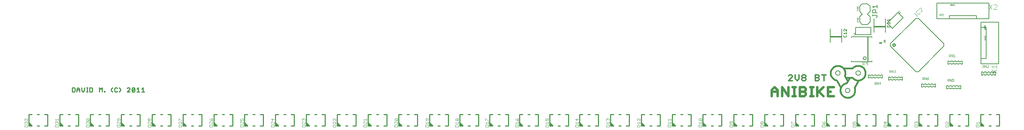
<source format=gto>
G75*
G70*
%OFA0B0*%
%FSLAX24Y24*%
%IPPOS*%
%LPD*%
%AMOC8*
5,1,8,0,0,1.08239X$1,22.5*
%
%ADD10C,0.0100*%
%ADD11C,0.0220*%
%ADD12C,0.0140*%
%ADD13C,0.0010*%
%ADD14C,0.0030*%
%ADD15C,0.0080*%
%ADD16C,0.0060*%
%ADD17R,0.1100X0.0148*%
%ADD18C,0.0050*%
%ADD19C,0.0020*%
%ADD20C,0.0040*%
%ADD21R,0.0300X0.0180*%
%ADD22C,0.0160*%
D10*
X000665Y005886D02*
X000765Y005886D01*
X000865Y005886D01*
X000665Y006086D01*
X000665Y005986D01*
X000665Y006086D01*
X000665Y006186D01*
X000965Y005886D01*
X000865Y005886D01*
X000765Y005886D02*
X000665Y005986D01*
X000665Y005886D01*
X000665Y006186D02*
X000665Y006986D01*
X000965Y006986D01*
X001465Y006986D02*
X001665Y006986D01*
X002165Y006986D02*
X002465Y006986D01*
X002465Y005886D01*
X002165Y005886D01*
X001665Y005886D02*
X001465Y005886D01*
X003625Y005886D02*
X003725Y005886D01*
X003825Y005886D01*
X003625Y006086D01*
X003625Y005986D01*
X003625Y006086D01*
X003625Y006186D01*
X003925Y005886D01*
X003825Y005886D01*
X003725Y005886D02*
X003625Y005986D01*
X003625Y005886D01*
X003625Y006186D02*
X003625Y006986D01*
X003925Y006986D01*
X004425Y006986D02*
X004625Y006986D01*
X005125Y006986D02*
X005425Y006986D01*
X005425Y005886D01*
X005125Y005886D01*
X004625Y005886D02*
X004425Y005886D01*
X006585Y005886D02*
X006685Y005886D01*
X006785Y005886D01*
X006585Y006086D01*
X006585Y005986D01*
X006585Y006086D01*
X006585Y006186D01*
X006885Y005886D01*
X006785Y005886D01*
X006685Y005886D02*
X006585Y005986D01*
X006585Y005886D01*
X006585Y006186D02*
X006585Y006986D01*
X006885Y006986D01*
X007385Y006986D02*
X007585Y006986D01*
X008085Y006986D02*
X008385Y006986D01*
X008385Y005886D01*
X008085Y005886D01*
X007585Y005886D02*
X007385Y005886D01*
X009545Y005886D02*
X009645Y005886D01*
X009745Y005886D01*
X009545Y006086D01*
X009545Y005986D01*
X009545Y006086D01*
X009545Y006186D01*
X009845Y005886D01*
X009745Y005886D01*
X009645Y005886D02*
X009545Y005986D01*
X009545Y005886D01*
X009545Y006186D02*
X009545Y006986D01*
X009845Y006986D01*
X010345Y006986D02*
X010545Y006986D01*
X011045Y006986D02*
X011345Y006986D01*
X011345Y005886D01*
X011045Y005886D01*
X010545Y005886D02*
X010345Y005886D01*
X012505Y005886D02*
X012605Y005886D01*
X012705Y005886D01*
X012505Y006086D01*
X012505Y005986D01*
X012505Y006086D01*
X012505Y006186D01*
X012805Y005886D01*
X012705Y005886D01*
X012605Y005886D02*
X012505Y005986D01*
X012505Y005886D01*
X012505Y006186D02*
X012505Y006986D01*
X012805Y006986D01*
X013305Y006986D02*
X013505Y006986D01*
X014005Y006986D02*
X014305Y006986D01*
X014305Y005886D01*
X014005Y005886D01*
X013505Y005886D02*
X013305Y005886D01*
X015465Y005886D02*
X015565Y005886D01*
X015665Y005886D01*
X015465Y006086D01*
X015465Y005986D01*
X015465Y006086D01*
X015465Y006186D01*
X015765Y005886D01*
X015665Y005886D01*
X015565Y005886D02*
X015465Y005986D01*
X015465Y005886D01*
X015465Y006186D02*
X015465Y006986D01*
X015765Y006986D01*
X016265Y006986D02*
X016465Y006986D01*
X016965Y006986D02*
X017265Y006986D01*
X017265Y005886D01*
X016965Y005886D01*
X016465Y005886D02*
X016265Y005886D01*
X018425Y005886D02*
X018525Y005886D01*
X018625Y005886D01*
X018425Y006086D01*
X018425Y005986D01*
X018425Y006086D01*
X018425Y006186D01*
X018725Y005886D01*
X018625Y005886D01*
X018525Y005886D02*
X018425Y005986D01*
X018425Y005886D01*
X018425Y006186D02*
X018425Y006986D01*
X018725Y006986D01*
X019225Y006986D02*
X019425Y006986D01*
X019925Y006986D02*
X020225Y006986D01*
X020225Y005886D01*
X019925Y005886D01*
X019425Y005886D02*
X019225Y005886D01*
X021385Y005886D02*
X021485Y005886D01*
X021585Y005886D01*
X021385Y006086D01*
X021385Y005986D01*
X021385Y006086D01*
X021385Y006186D01*
X021685Y005886D01*
X021585Y005886D01*
X021485Y005886D02*
X021385Y005986D01*
X021385Y005886D01*
X021385Y006186D02*
X021385Y006986D01*
X021685Y006986D01*
X022185Y006986D02*
X022385Y006986D01*
X022885Y006986D02*
X023185Y006986D01*
X023185Y005886D01*
X022885Y005886D01*
X022385Y005886D02*
X022185Y005886D01*
X024345Y005886D02*
X024445Y005886D01*
X024545Y005886D01*
X024345Y006086D01*
X024345Y005986D01*
X024345Y006086D01*
X024345Y006186D01*
X024645Y005886D01*
X024545Y005886D01*
X024445Y005886D02*
X024345Y005986D01*
X024345Y005886D01*
X024345Y006186D02*
X024345Y006986D01*
X024645Y006986D01*
X025145Y006986D02*
X025345Y006986D01*
X025845Y006986D02*
X026145Y006986D01*
X026145Y005886D01*
X025845Y005886D01*
X025345Y005886D02*
X025145Y005886D01*
X027305Y005886D02*
X027405Y005886D01*
X027505Y005886D01*
X027305Y006086D01*
X027305Y005986D01*
X027305Y006086D01*
X027305Y006186D01*
X027605Y005886D01*
X027505Y005886D01*
X027405Y005886D02*
X027305Y005986D01*
X027305Y005886D01*
X027305Y006186D02*
X027305Y006986D01*
X027605Y006986D01*
X028105Y006986D02*
X028305Y006986D01*
X028805Y006986D02*
X029105Y006986D01*
X029105Y005886D01*
X028805Y005886D01*
X028305Y005886D02*
X028105Y005886D01*
X030265Y005886D02*
X030365Y005886D01*
X030465Y005886D01*
X030265Y006086D01*
X030265Y005986D01*
X030265Y006086D01*
X030265Y006186D01*
X030565Y005886D01*
X030465Y005886D01*
X030365Y005886D02*
X030265Y005986D01*
X030265Y005886D01*
X030265Y006186D02*
X030265Y006986D01*
X030565Y006986D01*
X031065Y006986D02*
X031265Y006986D01*
X031765Y006986D02*
X032065Y006986D01*
X032065Y005886D01*
X031765Y005886D01*
X031265Y005886D02*
X031065Y005886D01*
X033225Y005886D02*
X033325Y005886D01*
X033425Y005886D01*
X033225Y006086D01*
X033225Y005986D01*
X033225Y006086D01*
X033225Y006186D01*
X033525Y005886D01*
X033425Y005886D01*
X033325Y005886D02*
X033225Y005986D01*
X033225Y005886D01*
X033225Y006186D02*
X033225Y006986D01*
X033525Y006986D01*
X034025Y006986D02*
X034225Y006986D01*
X034725Y006986D02*
X035025Y006986D01*
X035025Y005886D01*
X034725Y005886D01*
X034225Y005886D02*
X034025Y005886D01*
X036185Y005886D02*
X036285Y005886D01*
X036385Y005886D01*
X036185Y006086D01*
X036185Y005986D01*
X036185Y006086D01*
X036185Y006186D01*
X036485Y005886D01*
X036385Y005886D01*
X036285Y005886D02*
X036185Y005986D01*
X036185Y005886D01*
X036185Y006186D02*
X036185Y006986D01*
X036485Y006986D01*
X036985Y006986D02*
X037185Y006986D01*
X037685Y006986D02*
X037985Y006986D01*
X037985Y005886D01*
X037685Y005886D01*
X037185Y005886D02*
X036985Y005886D01*
X039145Y005886D02*
X039245Y005886D01*
X039345Y005886D01*
X039145Y006086D01*
X039145Y005986D01*
X039145Y006086D01*
X039145Y006186D01*
X039445Y005886D01*
X039345Y005886D01*
X039245Y005886D02*
X039145Y005986D01*
X039145Y005886D01*
X039145Y006186D02*
X039145Y006986D01*
X039445Y006986D01*
X039945Y006986D02*
X040145Y006986D01*
X040645Y006986D02*
X040945Y006986D01*
X040945Y005886D01*
X040645Y005886D01*
X040145Y005886D02*
X039945Y005886D01*
X042025Y005886D02*
X042125Y005886D01*
X042225Y005886D01*
X042025Y006086D01*
X042025Y005986D01*
X042025Y006086D01*
X042025Y006186D01*
X042325Y005886D01*
X042225Y005886D01*
X042125Y005886D02*
X042025Y005986D01*
X042025Y005886D01*
X042025Y006186D02*
X042025Y006986D01*
X042325Y006986D01*
X042825Y006986D02*
X043025Y006986D01*
X043525Y006986D02*
X043825Y006986D01*
X043825Y005886D01*
X043525Y005886D01*
X043025Y005886D02*
X042825Y005886D01*
X044905Y005886D02*
X045005Y005886D01*
X045105Y005886D01*
X044905Y006086D01*
X044905Y005986D01*
X044905Y006086D01*
X044905Y006186D01*
X045205Y005886D01*
X045105Y005886D01*
X045005Y005886D02*
X044905Y005986D01*
X044905Y005886D01*
X044905Y006186D02*
X044905Y006986D01*
X045205Y006986D01*
X045705Y006986D02*
X045905Y006986D01*
X046405Y006986D02*
X046705Y006986D01*
X046705Y005886D01*
X046405Y005886D01*
X045905Y005886D02*
X045705Y005886D01*
X047785Y005886D02*
X047885Y005886D01*
X047985Y005886D01*
X047785Y006086D01*
X047785Y005986D01*
X047785Y006086D01*
X047785Y006186D01*
X048085Y005886D01*
X047985Y005886D01*
X047885Y005886D02*
X047785Y005986D01*
X047785Y005886D01*
X047785Y006186D02*
X047785Y006986D01*
X048085Y006986D01*
X048585Y006986D02*
X048785Y006986D01*
X049285Y006986D02*
X049585Y006986D01*
X049585Y005886D01*
X049285Y005886D01*
X048785Y005886D02*
X048585Y005886D01*
X050665Y005886D02*
X050765Y005886D01*
X050865Y005886D01*
X050665Y006086D01*
X050665Y005986D01*
X050665Y006086D01*
X050665Y006186D01*
X050965Y005886D01*
X050865Y005886D01*
X050765Y005886D02*
X050665Y005986D01*
X050665Y005886D01*
X050665Y006186D02*
X050665Y006986D01*
X050965Y006986D01*
X051465Y006986D02*
X051665Y006986D01*
X052165Y006986D02*
X052465Y006986D01*
X052465Y005886D01*
X052165Y005886D01*
X051665Y005886D02*
X051465Y005886D01*
X053545Y005886D02*
X053645Y005886D01*
X053745Y005886D01*
X053545Y006086D01*
X053545Y005986D01*
X053545Y006086D01*
X053545Y006186D01*
X053845Y005886D01*
X053745Y005886D01*
X053645Y005886D02*
X053545Y005986D01*
X053545Y005886D01*
X053545Y006186D02*
X053545Y006986D01*
X053845Y006986D01*
X054345Y006986D02*
X054545Y006986D01*
X055045Y006986D02*
X055345Y006986D01*
X055345Y005886D01*
X055045Y005886D01*
X054545Y005886D02*
X054345Y005886D01*
X056505Y005886D02*
X056605Y005886D01*
X056705Y005886D01*
X056505Y006086D01*
X056505Y005986D01*
X056505Y006086D01*
X056505Y006186D01*
X056805Y005886D01*
X056705Y005886D01*
X056605Y005886D02*
X056505Y005986D01*
X056505Y005886D01*
X056505Y006186D02*
X056505Y006986D01*
X056805Y006986D01*
X057305Y006986D02*
X057505Y006986D01*
X058005Y006986D02*
X058305Y006986D01*
X058305Y005886D01*
X058005Y005886D01*
X057505Y005886D02*
X057305Y005886D01*
X059465Y005886D02*
X059565Y005886D01*
X059665Y005886D01*
X059465Y006086D01*
X059465Y005986D01*
X059465Y006086D01*
X059465Y006186D01*
X059765Y005886D01*
X059665Y005886D01*
X059565Y005886D02*
X059465Y005986D01*
X059465Y005886D01*
X059465Y006186D02*
X059465Y006986D01*
X059765Y006986D01*
X060265Y006986D02*
X060465Y006986D01*
X060965Y006986D02*
X061265Y006986D01*
X061265Y005886D01*
X060965Y005886D01*
X060465Y005886D02*
X060265Y005886D01*
X062425Y005886D02*
X062525Y005886D01*
X062625Y005886D01*
X062425Y006086D01*
X062425Y005986D01*
X062425Y006086D01*
X062425Y006186D01*
X062725Y005886D01*
X062625Y005886D01*
X062525Y005886D02*
X062425Y005986D01*
X062425Y005886D01*
X062425Y006186D02*
X062425Y006986D01*
X062725Y006986D01*
X063225Y006986D02*
X063425Y006986D01*
X063925Y006986D02*
X064225Y006986D01*
X064225Y005886D01*
X063925Y005886D01*
X063425Y005886D02*
X063225Y005886D01*
X065385Y005886D02*
X065485Y005886D01*
X065585Y005886D01*
X065385Y006086D01*
X065385Y005986D01*
X065385Y006086D01*
X065385Y006186D01*
X065685Y005886D01*
X065585Y005886D01*
X065485Y005886D02*
X065385Y005986D01*
X065385Y005886D01*
X065385Y006186D02*
X065385Y006986D01*
X065685Y006986D01*
X066185Y006986D02*
X066385Y006986D01*
X066885Y006986D02*
X067185Y006986D01*
X067185Y005886D01*
X066885Y005886D01*
X066385Y005886D02*
X066185Y005886D01*
X068345Y005886D02*
X068445Y005886D01*
X068545Y005886D01*
X068345Y006086D01*
X068345Y005986D01*
X068345Y006086D01*
X068345Y006186D01*
X068645Y005886D01*
X068545Y005886D01*
X068445Y005886D02*
X068345Y005986D01*
X068345Y005886D01*
X068345Y006186D02*
X068345Y006986D01*
X068645Y006986D01*
X069145Y006986D02*
X069345Y006986D01*
X069845Y006986D02*
X070145Y006986D01*
X070145Y005886D01*
X069845Y005886D01*
X069345Y005886D02*
X069145Y005886D01*
X071305Y005886D02*
X071405Y005886D01*
X071505Y005886D01*
X071305Y006086D01*
X071305Y005986D01*
X071305Y006086D01*
X071305Y006186D01*
X071605Y005886D01*
X071505Y005886D01*
X071405Y005886D02*
X071305Y005986D01*
X071305Y005886D01*
X071305Y006186D02*
X071305Y006986D01*
X071605Y006986D01*
X072105Y006986D02*
X072305Y006986D01*
X072805Y006986D02*
X073105Y006986D01*
X073105Y005886D01*
X072805Y005886D01*
X072305Y005886D02*
X072105Y005886D01*
X074265Y005886D02*
X074365Y005886D01*
X074465Y005886D01*
X074265Y006086D01*
X074265Y005986D01*
X074265Y006086D01*
X074265Y006186D01*
X074565Y005886D01*
X074465Y005886D01*
X074365Y005886D02*
X074265Y005986D01*
X074265Y005886D01*
X074265Y006186D02*
X074265Y006986D01*
X074565Y006986D01*
X075065Y006986D02*
X075265Y006986D01*
X075765Y006986D02*
X076065Y006986D01*
X076065Y005886D01*
X075765Y005886D01*
X075265Y005886D02*
X075065Y005886D01*
X077225Y005886D02*
X077325Y005886D01*
X077425Y005886D01*
X077225Y006086D01*
X077225Y005986D01*
X077225Y006086D01*
X077225Y006186D01*
X077525Y005886D01*
X077425Y005886D01*
X077325Y005886D02*
X077225Y005986D01*
X077225Y005886D01*
X077225Y006186D02*
X077225Y006986D01*
X077525Y006986D01*
X078025Y006986D02*
X078225Y006986D01*
X078725Y006986D02*
X079025Y006986D01*
X079025Y005886D01*
X078725Y005886D01*
X078225Y005886D02*
X078025Y005886D01*
X080185Y005886D02*
X080285Y005886D01*
X080385Y005886D01*
X080185Y006086D01*
X080185Y005986D01*
X080185Y006086D01*
X080185Y006186D01*
X080485Y005886D01*
X080385Y005886D01*
X080285Y005886D02*
X080185Y005986D01*
X080185Y005886D01*
X080185Y006186D02*
X080185Y006986D01*
X080485Y006986D01*
X080985Y006986D02*
X081185Y006986D01*
X081685Y006986D02*
X081985Y006986D01*
X081985Y005886D01*
X081685Y005886D01*
X081185Y005886D02*
X080985Y005886D01*
X083145Y005886D02*
X083245Y005886D01*
X083345Y005886D01*
X083145Y006086D01*
X083145Y005986D01*
X083145Y006086D01*
X083145Y006186D01*
X083445Y005886D01*
X083345Y005886D01*
X083245Y005886D02*
X083145Y005986D01*
X083145Y005886D01*
X083145Y006186D02*
X083145Y006986D01*
X083445Y006986D01*
X083945Y006986D02*
X084145Y006986D01*
X084645Y006986D02*
X084945Y006986D01*
X084945Y005886D01*
X084645Y005886D01*
X084145Y005886D02*
X083945Y005886D01*
X086105Y005886D02*
X086205Y005886D01*
X086305Y005886D01*
X086105Y006086D01*
X086105Y005986D01*
X086105Y006086D01*
X086105Y006186D01*
X086405Y005886D01*
X086305Y005886D01*
X086205Y005886D02*
X086105Y005986D01*
X086105Y005886D01*
X086105Y006186D02*
X086105Y006986D01*
X086405Y006986D01*
X086905Y006986D02*
X087105Y006986D01*
X087605Y006986D02*
X087905Y006986D01*
X087905Y005886D01*
X087605Y005886D01*
X087105Y005886D02*
X086905Y005886D01*
X089065Y005886D02*
X089165Y005886D01*
X089265Y005886D01*
X089065Y006086D01*
X089065Y005986D01*
X089065Y006086D01*
X089065Y006186D01*
X089365Y005886D01*
X089265Y005886D01*
X089165Y005886D02*
X089065Y005986D01*
X089065Y005886D01*
X089065Y006186D02*
X089065Y006986D01*
X089365Y006986D01*
X089865Y006986D02*
X090065Y006986D01*
X090565Y006986D02*
X090865Y006986D01*
X090865Y005886D01*
X090565Y005886D01*
X090065Y005886D02*
X089865Y005886D01*
X092025Y005886D02*
X092125Y005886D01*
X092225Y005886D01*
X092025Y006086D01*
X092025Y005986D01*
X092025Y006086D01*
X092025Y006186D01*
X092325Y005886D01*
X092225Y005886D01*
X092125Y005886D02*
X092025Y005986D01*
X092025Y005886D01*
X092025Y006186D02*
X092025Y006986D01*
X092325Y006986D01*
X092825Y006986D02*
X093025Y006986D01*
X093525Y006986D02*
X093825Y006986D01*
X093825Y005886D01*
X093525Y005886D01*
X093025Y005886D02*
X092825Y005886D01*
X081215Y012096D02*
X081215Y014446D01*
X083607Y013666D02*
X083609Y013686D01*
X083614Y013706D01*
X083624Y013724D01*
X083636Y013741D01*
X083651Y013755D01*
X083669Y013765D01*
X083688Y013773D01*
X083708Y013777D01*
X083728Y013777D01*
X083748Y013773D01*
X083767Y013765D01*
X083785Y013755D01*
X083800Y013741D01*
X083812Y013724D01*
X083822Y013706D01*
X083827Y013686D01*
X083829Y013666D01*
X083827Y013646D01*
X083822Y013626D01*
X083812Y013608D01*
X083800Y013591D01*
X083785Y013577D01*
X083767Y013567D01*
X083748Y013559D01*
X083728Y013555D01*
X083708Y013555D01*
X083688Y013559D01*
X083669Y013567D01*
X083651Y013577D01*
X083636Y013591D01*
X083624Y013608D01*
X083614Y013626D01*
X083609Y013646D01*
X083607Y013666D01*
X011767Y009151D02*
X011500Y009151D01*
X011634Y009151D02*
X011634Y009551D01*
X011500Y009418D01*
X011307Y009151D02*
X011040Y009151D01*
X011173Y009151D02*
X011173Y009551D01*
X011040Y009418D01*
X010846Y009484D02*
X010579Y009217D01*
X010646Y009151D01*
X010780Y009151D01*
X010846Y009217D01*
X010846Y009484D01*
X010780Y009551D01*
X010646Y009551D01*
X010579Y009484D01*
X010579Y009217D01*
X010386Y009151D02*
X010119Y009151D01*
X010386Y009418D01*
X010386Y009484D01*
X010319Y009551D01*
X010186Y009551D01*
X010119Y009484D01*
X009485Y009418D02*
X009485Y009284D01*
X009352Y009151D01*
X009158Y009217D02*
X009092Y009151D01*
X008958Y009151D01*
X008891Y009217D01*
X008891Y009484D01*
X008958Y009551D01*
X009092Y009551D01*
X009158Y009484D01*
X009352Y009551D02*
X009485Y009418D01*
X008718Y009551D02*
X008585Y009418D01*
X008585Y009284D01*
X008718Y009151D01*
X007961Y009151D02*
X007894Y009151D01*
X007894Y009217D01*
X007961Y009217D01*
X007961Y009151D01*
X007701Y009151D02*
X007701Y009551D01*
X007567Y009418D01*
X007434Y009551D01*
X007434Y009151D01*
X006780Y009217D02*
X006780Y009484D01*
X006713Y009551D01*
X006513Y009551D01*
X006513Y009151D01*
X006713Y009151D01*
X006780Y009217D01*
X006340Y009151D02*
X006206Y009151D01*
X006273Y009151D02*
X006273Y009551D01*
X006206Y009551D02*
X006340Y009551D01*
X006013Y009551D02*
X006013Y009284D01*
X005879Y009151D01*
X005746Y009284D01*
X005746Y009551D01*
X005552Y009418D02*
X005552Y009151D01*
X005552Y009351D02*
X005285Y009351D01*
X005285Y009418D02*
X005419Y009551D01*
X005552Y009418D01*
X005285Y009418D02*
X005285Y009151D01*
X005092Y009217D02*
X005092Y009484D01*
X005025Y009551D01*
X004825Y009551D01*
X004825Y009151D01*
X005025Y009151D01*
X005092Y009217D01*
D11*
X071955Y009196D02*
X072542Y009196D01*
X072542Y009343D02*
X072542Y008756D01*
X072968Y008756D02*
X072968Y009636D01*
X073555Y008756D01*
X073555Y009636D01*
X073981Y009636D02*
X074274Y009636D01*
X074127Y009636D02*
X074127Y008756D01*
X073981Y008756D02*
X074274Y008756D01*
X074656Y008756D02*
X075096Y008756D01*
X075243Y008902D01*
X075243Y009049D01*
X075096Y009196D01*
X074656Y009196D01*
X075096Y009196D02*
X075243Y009343D01*
X075243Y009490D01*
X075096Y009636D01*
X074656Y009636D01*
X074656Y008756D01*
X075669Y008756D02*
X075962Y008756D01*
X075816Y008756D02*
X075816Y009636D01*
X075962Y009636D02*
X075669Y009636D01*
X076344Y009636D02*
X076344Y008756D01*
X076344Y009049D02*
X076931Y009636D01*
X077357Y009636D02*
X077357Y008756D01*
X077944Y008756D01*
X076931Y008756D02*
X076491Y009196D01*
X077357Y009196D02*
X077650Y009196D01*
X077357Y009636D02*
X077944Y009636D01*
X072542Y009343D02*
X072249Y009636D01*
X071955Y009343D01*
X071955Y008756D01*
D12*
X073595Y010236D02*
X073969Y010609D01*
X073969Y010703D01*
X073875Y010796D01*
X073688Y010796D01*
X073595Y010703D01*
X074240Y010796D02*
X074240Y010422D01*
X074426Y010236D01*
X074613Y010422D01*
X074613Y010796D01*
X074884Y010703D02*
X074884Y010609D01*
X074977Y010516D01*
X075164Y010516D01*
X075258Y010422D01*
X075258Y010329D01*
X075164Y010236D01*
X074977Y010236D01*
X074884Y010329D01*
X074884Y010422D01*
X074977Y010516D01*
X075164Y010516D02*
X075258Y010609D01*
X075258Y010703D01*
X075164Y010796D01*
X074977Y010796D01*
X074884Y010703D01*
X076173Y010796D02*
X076453Y010796D01*
X076547Y010703D01*
X076547Y010609D01*
X076453Y010516D01*
X076173Y010516D01*
X076173Y010236D02*
X076173Y010796D01*
X076453Y010516D02*
X076547Y010422D01*
X076547Y010329D01*
X076453Y010236D01*
X076173Y010236D01*
X077004Y010236D02*
X077004Y010796D01*
X076818Y010796D02*
X077191Y010796D01*
X073969Y010236D02*
X073595Y010236D01*
D13*
X082750Y013916D02*
X082750Y013991D01*
X082775Y014016D01*
X082825Y014016D01*
X082850Y013991D01*
X082850Y013916D01*
X082900Y013916D02*
X082750Y013916D01*
X082850Y013966D02*
X082900Y014016D01*
X082875Y014063D02*
X082900Y014088D01*
X082900Y014138D01*
X082875Y014163D01*
X082825Y014163D01*
X082800Y014138D01*
X082800Y014113D01*
X082825Y014063D01*
X082750Y014063D01*
X082750Y014163D01*
X080320Y015891D02*
X080170Y015891D01*
X080170Y015966D01*
X080195Y015991D01*
X080245Y015991D01*
X080270Y015966D01*
X080270Y015891D01*
X080270Y015941D02*
X080320Y015991D01*
X080320Y016038D02*
X080170Y016138D01*
X080170Y016185D02*
X080170Y016260D01*
X080195Y016285D01*
X080295Y016285D01*
X080320Y016260D01*
X080320Y016185D01*
X080170Y016185D01*
X080170Y016038D02*
X080320Y016138D01*
X080170Y016971D02*
X080170Y017071D01*
X080170Y017118D02*
X080320Y017218D01*
X080320Y017265D02*
X080320Y017340D01*
X080295Y017365D01*
X080195Y017365D01*
X080170Y017340D01*
X080170Y017265D01*
X080320Y017265D01*
X080320Y017118D02*
X080170Y017218D01*
X080170Y017021D02*
X080320Y017021D01*
X088090Y016641D02*
X088090Y016541D01*
X088140Y016491D01*
X088190Y016541D01*
X088190Y016641D01*
X088237Y016616D02*
X088237Y016516D01*
X088262Y016491D01*
X088312Y016491D01*
X088337Y016516D01*
X088385Y016516D02*
X088410Y016491D01*
X088460Y016491D01*
X088485Y016516D01*
X088485Y016616D02*
X088460Y016641D01*
X088410Y016641D01*
X088385Y016616D01*
X088385Y016516D01*
X088337Y016616D02*
X088312Y016641D01*
X088262Y016641D01*
X088237Y016616D01*
X089128Y017476D02*
X089153Y017451D01*
X089203Y017451D01*
X089228Y017476D01*
X089228Y017526D01*
X089178Y017526D01*
X089128Y017576D02*
X089128Y017476D01*
X089128Y017576D02*
X089153Y017601D01*
X089203Y017601D01*
X089228Y017576D01*
X089275Y017601D02*
X089375Y017451D01*
X089375Y017601D01*
X089423Y017601D02*
X089498Y017601D01*
X089523Y017576D01*
X089523Y017476D01*
X089498Y017451D01*
X089423Y017451D01*
X089423Y017601D01*
X089275Y017601D02*
X089275Y017451D01*
X092370Y015540D02*
X092370Y015465D01*
X092520Y015465D01*
X092520Y015540D01*
X092495Y015565D01*
X092395Y015565D01*
X092370Y015540D01*
X092370Y015418D02*
X092520Y015418D01*
X092370Y015318D01*
X092520Y015318D01*
X092495Y015271D02*
X092445Y015271D01*
X092445Y015221D01*
X092495Y015271D02*
X092520Y015246D01*
X092520Y015196D01*
X092495Y015171D01*
X092395Y015171D01*
X092370Y015196D01*
X092370Y015246D01*
X092395Y015271D01*
X092395Y014565D02*
X092370Y014540D01*
X092370Y014490D01*
X092395Y014465D01*
X092495Y014465D01*
X092520Y014490D01*
X092520Y014540D01*
X092495Y014565D01*
X092495Y014418D02*
X092520Y014393D01*
X092520Y014343D01*
X092495Y014318D01*
X092395Y014318D01*
X092370Y014343D01*
X092370Y014393D01*
X092395Y014418D01*
X092370Y014271D02*
X092470Y014271D01*
X092520Y014221D01*
X092470Y014171D01*
X092370Y014171D01*
D14*
X000260Y005946D02*
X000260Y005801D01*
X000550Y005801D01*
X000550Y005946D01*
X000502Y005994D01*
X000308Y005994D01*
X000260Y005946D01*
X000308Y006095D02*
X000260Y006144D01*
X000260Y006240D01*
X000308Y006289D01*
X000357Y006289D01*
X000405Y006240D01*
X000453Y006289D01*
X000502Y006289D01*
X000550Y006240D01*
X000550Y006144D01*
X000502Y006095D01*
X000405Y006192D02*
X000405Y006240D01*
X000308Y006390D02*
X000260Y006438D01*
X000260Y006535D01*
X000308Y006583D01*
X000357Y006583D01*
X000550Y006390D01*
X000550Y006583D01*
X003220Y006487D02*
X003510Y006487D01*
X003510Y006583D02*
X003510Y006390D01*
X003462Y006289D02*
X003510Y006240D01*
X003510Y006144D01*
X003462Y006095D01*
X003462Y005994D02*
X003268Y005994D01*
X003220Y005946D01*
X003220Y005801D01*
X003510Y005801D01*
X003510Y005946D01*
X003462Y005994D01*
X003268Y006095D02*
X003220Y006144D01*
X003220Y006240D01*
X003268Y006289D01*
X003317Y006289D01*
X003365Y006240D01*
X003413Y006289D01*
X003462Y006289D01*
X003365Y006240D02*
X003365Y006192D01*
X003317Y006390D02*
X003220Y006487D01*
X006180Y006438D02*
X006180Y006535D01*
X006228Y006583D01*
X006422Y006390D01*
X006470Y006438D01*
X006470Y006535D01*
X006422Y006583D01*
X006228Y006583D01*
X006180Y006438D02*
X006228Y006390D01*
X006422Y006390D01*
X006422Y006289D02*
X006373Y006289D01*
X006325Y006240D01*
X006325Y006192D01*
X006325Y006240D02*
X006277Y006289D01*
X006228Y006289D01*
X006180Y006240D01*
X006180Y006144D01*
X006228Y006095D01*
X006228Y005994D02*
X006180Y005946D01*
X006180Y005801D01*
X006470Y005801D01*
X006470Y005946D01*
X006422Y005994D01*
X006228Y005994D01*
X006422Y006095D02*
X006470Y006144D01*
X006470Y006240D01*
X006422Y006289D01*
X009140Y006240D02*
X009140Y006144D01*
X009188Y006095D01*
X009188Y005994D02*
X009140Y005946D01*
X009140Y005801D01*
X009430Y005801D01*
X009430Y005946D01*
X009382Y005994D01*
X009188Y005994D01*
X009140Y006240D02*
X009188Y006289D01*
X009237Y006289D01*
X009430Y006095D01*
X009430Y006289D01*
X009382Y006390D02*
X009430Y006438D01*
X009430Y006535D01*
X009382Y006583D01*
X009188Y006583D01*
X009140Y006535D01*
X009140Y006438D01*
X009188Y006390D01*
X009237Y006390D01*
X009285Y006438D01*
X009285Y006583D01*
X012100Y006535D02*
X012100Y006438D01*
X012148Y006390D01*
X012197Y006390D01*
X012245Y006438D01*
X012245Y006535D01*
X012293Y006583D01*
X012342Y006583D01*
X012390Y006535D01*
X012390Y006438D01*
X012342Y006390D01*
X012293Y006390D01*
X012245Y006438D01*
X012245Y006535D02*
X012197Y006583D01*
X012148Y006583D01*
X012100Y006535D01*
X012148Y006289D02*
X012100Y006240D01*
X012100Y006144D01*
X012148Y006095D01*
X012148Y005994D02*
X012100Y005946D01*
X012100Y005801D01*
X012390Y005801D01*
X012390Y005946D01*
X012342Y005994D01*
X012148Y005994D01*
X012390Y006095D02*
X012197Y006289D01*
X012148Y006289D01*
X012390Y006289D02*
X012390Y006095D01*
X015060Y006144D02*
X015108Y006095D01*
X015060Y006144D02*
X015060Y006240D01*
X015108Y006289D01*
X015157Y006289D01*
X015350Y006095D01*
X015350Y006289D01*
X015350Y006390D02*
X015302Y006390D01*
X015108Y006583D01*
X015060Y006583D01*
X015060Y006390D01*
X015108Y005994D02*
X015060Y005946D01*
X015060Y005801D01*
X015350Y005801D01*
X015350Y005946D01*
X015302Y005994D01*
X015108Y005994D01*
X018020Y005946D02*
X018020Y005801D01*
X018310Y005801D01*
X018310Y005946D01*
X018262Y005994D01*
X018068Y005994D01*
X018020Y005946D01*
X018068Y006095D02*
X018020Y006144D01*
X018020Y006240D01*
X018068Y006289D01*
X018117Y006289D01*
X018310Y006095D01*
X018310Y006289D01*
X018262Y006390D02*
X018165Y006390D01*
X018165Y006535D01*
X018213Y006583D01*
X018262Y006583D01*
X018310Y006535D01*
X018310Y006438D01*
X018262Y006390D01*
X018165Y006390D02*
X018068Y006487D01*
X018020Y006583D01*
X020980Y006583D02*
X020980Y006390D01*
X021125Y006390D01*
X021077Y006487D01*
X021077Y006535D01*
X021125Y006583D01*
X021222Y006583D01*
X021270Y006535D01*
X021270Y006438D01*
X021222Y006390D01*
X021270Y006289D02*
X021270Y006095D01*
X021077Y006289D01*
X021028Y006289D01*
X020980Y006240D01*
X020980Y006144D01*
X021028Y006095D01*
X021028Y005994D02*
X020980Y005946D01*
X020980Y005801D01*
X021270Y005801D01*
X021270Y005946D01*
X021222Y005994D01*
X021028Y005994D01*
X023940Y005946D02*
X023940Y005801D01*
X024230Y005801D01*
X024230Y005946D01*
X024182Y005994D01*
X023988Y005994D01*
X023940Y005946D01*
X023988Y006095D02*
X023940Y006144D01*
X023940Y006240D01*
X023988Y006289D01*
X024037Y006289D01*
X024230Y006095D01*
X024230Y006289D01*
X024085Y006390D02*
X024085Y006583D01*
X024230Y006535D02*
X023940Y006535D01*
X024085Y006390D01*
X026900Y006438D02*
X026900Y006535D01*
X026948Y006583D01*
X026997Y006583D01*
X027045Y006535D01*
X027093Y006583D01*
X027142Y006583D01*
X027190Y006535D01*
X027190Y006438D01*
X027142Y006390D01*
X027190Y006289D02*
X027190Y006095D01*
X026997Y006289D01*
X026948Y006289D01*
X026900Y006240D01*
X026900Y006144D01*
X026948Y006095D01*
X026948Y005994D02*
X026900Y005946D01*
X026900Y005801D01*
X027190Y005801D01*
X027190Y005946D01*
X027142Y005994D01*
X026948Y005994D01*
X026948Y006390D02*
X026900Y006438D01*
X027045Y006487D02*
X027045Y006535D01*
X029860Y006535D02*
X029860Y006438D01*
X029908Y006390D01*
X029908Y006289D02*
X029860Y006240D01*
X029860Y006144D01*
X029908Y006095D01*
X029908Y005994D02*
X029860Y005946D01*
X029860Y005801D01*
X030150Y005801D01*
X030150Y005946D01*
X030102Y005994D01*
X029908Y005994D01*
X030150Y006095D02*
X029957Y006289D01*
X029908Y006289D01*
X030150Y006289D02*
X030150Y006095D01*
X030150Y006390D02*
X029957Y006583D01*
X029908Y006583D01*
X029860Y006535D01*
X030150Y006583D02*
X030150Y006390D01*
X032820Y006487D02*
X033110Y006487D01*
X033110Y006583D02*
X033110Y006390D01*
X033110Y006289D02*
X033110Y006095D01*
X032917Y006289D01*
X032868Y006289D01*
X032820Y006240D01*
X032820Y006144D01*
X032868Y006095D01*
X032868Y005994D02*
X032820Y005946D01*
X032820Y005801D01*
X033110Y005801D01*
X033110Y005946D01*
X033062Y005994D01*
X032868Y005994D01*
X032917Y006390D02*
X032820Y006487D01*
X035780Y006438D02*
X035780Y006535D01*
X035828Y006583D01*
X036022Y006390D01*
X036070Y006438D01*
X036070Y006535D01*
X036022Y006583D01*
X035828Y006583D01*
X035780Y006438D02*
X035828Y006390D01*
X036022Y006390D01*
X036070Y006289D02*
X036070Y006095D01*
X035877Y006289D01*
X035828Y006289D01*
X035780Y006240D01*
X035780Y006144D01*
X035828Y006095D01*
X035828Y005994D02*
X035780Y005946D01*
X035780Y005801D01*
X036070Y005801D01*
X036070Y005946D01*
X036022Y005994D01*
X035828Y005994D01*
X038740Y005946D02*
X038740Y005801D01*
X039030Y005801D01*
X039030Y005946D01*
X038982Y005994D01*
X038788Y005994D01*
X038740Y005946D01*
X038837Y006095D02*
X038740Y006192D01*
X039030Y006192D01*
X039030Y006095D02*
X039030Y006289D01*
X038982Y006390D02*
X039030Y006438D01*
X039030Y006535D01*
X038982Y006583D01*
X038788Y006583D01*
X038740Y006535D01*
X038740Y006438D01*
X038788Y006390D01*
X038837Y006390D01*
X038885Y006438D01*
X038885Y006583D01*
X041620Y006535D02*
X041620Y006438D01*
X041668Y006390D01*
X041717Y006390D01*
X041765Y006438D01*
X041765Y006535D01*
X041813Y006583D01*
X041862Y006583D01*
X041910Y006535D01*
X041910Y006438D01*
X041862Y006390D01*
X041813Y006390D01*
X041765Y006438D01*
X041765Y006535D02*
X041717Y006583D01*
X041668Y006583D01*
X041620Y006535D01*
X041620Y006192D02*
X041910Y006192D01*
X041910Y006095D02*
X041910Y006289D01*
X041717Y006095D02*
X041620Y006192D01*
X041668Y005994D02*
X041620Y005946D01*
X041620Y005801D01*
X041910Y005801D01*
X041910Y005946D01*
X041862Y005994D01*
X041668Y005994D01*
X044500Y005946D02*
X044500Y005801D01*
X044790Y005801D01*
X044790Y005946D01*
X044742Y005994D01*
X044548Y005994D01*
X044500Y005946D01*
X044597Y006095D02*
X044500Y006192D01*
X044790Y006192D01*
X044790Y006095D02*
X044790Y006289D01*
X044790Y006390D02*
X044742Y006390D01*
X044548Y006583D01*
X044500Y006583D01*
X044500Y006390D01*
X047380Y006583D02*
X047428Y006487D01*
X047525Y006390D01*
X047525Y006535D01*
X047573Y006583D01*
X047622Y006583D01*
X047670Y006535D01*
X047670Y006438D01*
X047622Y006390D01*
X047525Y006390D01*
X047670Y006289D02*
X047670Y006095D01*
X047670Y006192D02*
X047380Y006192D01*
X047477Y006095D01*
X047428Y005994D02*
X047380Y005946D01*
X047380Y005801D01*
X047670Y005801D01*
X047670Y005946D01*
X047622Y005994D01*
X047428Y005994D01*
X050260Y005946D02*
X050260Y005801D01*
X050550Y005801D01*
X050550Y005946D01*
X050502Y005994D01*
X050308Y005994D01*
X050260Y005946D01*
X050357Y006095D02*
X050260Y006192D01*
X050550Y006192D01*
X050550Y006095D02*
X050550Y006289D01*
X050502Y006390D02*
X050550Y006438D01*
X050550Y006535D01*
X050502Y006583D01*
X050405Y006583D01*
X050357Y006535D01*
X050357Y006487D01*
X050405Y006390D01*
X050260Y006390D01*
X050260Y006583D01*
X053140Y006535D02*
X053285Y006390D01*
X053285Y006583D01*
X053430Y006535D02*
X053140Y006535D01*
X053140Y006192D02*
X053430Y006192D01*
X053430Y006095D02*
X053430Y006289D01*
X053237Y006095D02*
X053140Y006192D01*
X053188Y005994D02*
X053140Y005946D01*
X053140Y005801D01*
X053430Y005801D01*
X053430Y005946D01*
X053382Y005994D01*
X053188Y005994D01*
X056100Y005946D02*
X056100Y005801D01*
X056390Y005801D01*
X056390Y005946D01*
X056342Y005994D01*
X056148Y005994D01*
X056100Y005946D01*
X056197Y006095D02*
X056100Y006192D01*
X056390Y006192D01*
X056390Y006095D02*
X056390Y006289D01*
X056342Y006390D02*
X056390Y006438D01*
X056390Y006535D01*
X056342Y006583D01*
X056293Y006583D01*
X056245Y006535D01*
X056245Y006487D01*
X056245Y006535D02*
X056197Y006583D01*
X056148Y006583D01*
X056100Y006535D01*
X056100Y006438D01*
X056148Y006390D01*
X059060Y006438D02*
X059108Y006390D01*
X059060Y006438D02*
X059060Y006535D01*
X059108Y006583D01*
X059157Y006583D01*
X059350Y006390D01*
X059350Y006583D01*
X059350Y006289D02*
X059350Y006095D01*
X059350Y006192D02*
X059060Y006192D01*
X059157Y006095D01*
X059108Y005994D02*
X059060Y005946D01*
X059060Y005801D01*
X059350Y005801D01*
X059350Y005946D01*
X059302Y005994D01*
X059108Y005994D01*
X062020Y005946D02*
X062020Y005801D01*
X062310Y005801D01*
X062310Y005946D01*
X062262Y005994D01*
X062068Y005994D01*
X062020Y005946D01*
X062117Y006095D02*
X062020Y006192D01*
X062310Y006192D01*
X062310Y006095D02*
X062310Y006289D01*
X062310Y006390D02*
X062310Y006583D01*
X062310Y006487D02*
X062020Y006487D01*
X062117Y006390D01*
X064980Y006438D02*
X064980Y006535D01*
X065028Y006583D01*
X065222Y006390D01*
X065270Y006438D01*
X065270Y006535D01*
X065222Y006583D01*
X065028Y006583D01*
X064980Y006438D02*
X065028Y006390D01*
X065222Y006390D01*
X065270Y006289D02*
X065270Y006095D01*
X065270Y006192D02*
X064980Y006192D01*
X065077Y006095D01*
X065028Y005994D02*
X064980Y005946D01*
X064980Y005801D01*
X065270Y005801D01*
X065270Y005946D01*
X065222Y005994D01*
X065028Y005994D01*
X067940Y005946D02*
X067940Y005801D01*
X068230Y005801D01*
X068230Y005946D01*
X068182Y005994D01*
X067988Y005994D01*
X067940Y005946D01*
X067988Y006095D02*
X068037Y006095D01*
X068085Y006144D01*
X068085Y006289D01*
X068182Y006289D02*
X067988Y006289D01*
X067940Y006240D01*
X067940Y006144D01*
X067988Y006095D01*
X068182Y006095D02*
X068230Y006144D01*
X068230Y006240D01*
X068182Y006289D01*
X070900Y006240D02*
X070948Y006289D01*
X070997Y006289D01*
X071045Y006240D01*
X071045Y006144D01*
X070997Y006095D01*
X070948Y006095D01*
X070900Y006144D01*
X070900Y006240D01*
X071045Y006240D02*
X071093Y006289D01*
X071142Y006289D01*
X071190Y006240D01*
X071190Y006144D01*
X071142Y006095D01*
X071093Y006095D01*
X071045Y006144D01*
X071142Y005994D02*
X070948Y005994D01*
X070900Y005946D01*
X070900Y005801D01*
X071190Y005801D01*
X071190Y005946D01*
X071142Y005994D01*
X073860Y005946D02*
X073860Y005801D01*
X074150Y005801D01*
X074150Y005946D01*
X074102Y005994D01*
X073908Y005994D01*
X073860Y005946D01*
X073860Y006095D02*
X073860Y006289D01*
X073908Y006289D01*
X074102Y006095D01*
X074150Y006095D01*
X076820Y005946D02*
X076820Y005801D01*
X077110Y005801D01*
X077110Y005946D01*
X077062Y005994D01*
X076868Y005994D01*
X076820Y005946D01*
X076965Y006095D02*
X076965Y006240D01*
X077013Y006289D01*
X077062Y006289D01*
X077110Y006240D01*
X077110Y006144D01*
X077062Y006095D01*
X076965Y006095D01*
X076868Y006192D01*
X076820Y006289D01*
X079780Y006289D02*
X079780Y006095D01*
X079925Y006095D01*
X079877Y006192D01*
X079877Y006240D01*
X079925Y006289D01*
X080022Y006289D01*
X080070Y006240D01*
X080070Y006144D01*
X080022Y006095D01*
X080022Y005994D02*
X079828Y005994D01*
X079780Y005946D01*
X079780Y005801D01*
X080070Y005801D01*
X080070Y005946D01*
X080022Y005994D01*
X082740Y005946D02*
X082740Y005801D01*
X083030Y005801D01*
X083030Y005946D01*
X082982Y005994D01*
X082788Y005994D01*
X082740Y005946D01*
X082885Y006095D02*
X082885Y006289D01*
X083030Y006240D02*
X082740Y006240D01*
X082885Y006095D01*
X085700Y006144D02*
X085700Y006240D01*
X085748Y006289D01*
X085797Y006289D01*
X085845Y006240D01*
X085893Y006289D01*
X085942Y006289D01*
X085990Y006240D01*
X085990Y006144D01*
X085942Y006095D01*
X085942Y005994D02*
X085748Y005994D01*
X085700Y005946D01*
X085700Y005801D01*
X085990Y005801D01*
X085990Y005946D01*
X085942Y005994D01*
X085748Y006095D02*
X085700Y006144D01*
X085845Y006192D02*
X085845Y006240D01*
X088660Y006240D02*
X088660Y006144D01*
X088708Y006095D01*
X088708Y005994D02*
X088660Y005946D01*
X088660Y005801D01*
X088950Y005801D01*
X088950Y005946D01*
X088902Y005994D01*
X088708Y005994D01*
X088660Y006240D02*
X088708Y006289D01*
X088757Y006289D01*
X088950Y006095D01*
X088950Y006289D01*
X091620Y006192D02*
X091910Y006192D01*
X091910Y006095D02*
X091910Y006289D01*
X091717Y006095D02*
X091620Y006192D01*
X091668Y005994D02*
X091620Y005946D01*
X091620Y005801D01*
X091910Y005801D01*
X091910Y005946D01*
X091862Y005994D01*
X091668Y005994D01*
X079970Y014622D02*
X079970Y014666D01*
X079948Y014687D01*
X079948Y014748D02*
X079970Y014770D01*
X079970Y014813D01*
X079948Y014835D01*
X079927Y014835D01*
X079905Y014813D01*
X079905Y014748D01*
X079948Y014748D01*
X079905Y014748D02*
X079862Y014791D01*
X079840Y014835D01*
X079862Y014687D02*
X079840Y014666D01*
X079840Y014622D01*
X079862Y014601D01*
X079948Y014601D01*
X079970Y014622D01*
X085691Y016715D02*
X085953Y016453D01*
X085910Y016409D02*
X085997Y016496D01*
X086040Y016626D02*
X086127Y016626D01*
X086214Y016714D01*
X086214Y016801D01*
X086344Y016843D02*
X086344Y017192D01*
X086300Y017236D01*
X086213Y017236D01*
X086125Y017149D01*
X086125Y017061D01*
X086040Y016975D02*
X085952Y016976D01*
X085865Y016888D01*
X085865Y016801D01*
X086040Y016626D01*
X085735Y016758D02*
X085648Y016671D01*
X086344Y016843D02*
X086518Y017018D01*
X084343Y016816D02*
X084343Y016785D01*
X084328Y016770D01*
X084297Y016770D01*
X084297Y016739D01*
X084281Y016724D01*
X084251Y016724D01*
X084220Y016755D01*
X084220Y016785D01*
X084177Y016828D02*
X084147Y016828D01*
X084116Y016859D01*
X084116Y016889D01*
X084177Y016951D01*
X084208Y016951D01*
X084239Y016920D01*
X084239Y016889D01*
X084282Y016847D02*
X084312Y016847D01*
X084343Y016816D01*
X084297Y016770D02*
X084281Y016785D01*
D15*
X084094Y016789D02*
X084589Y016294D01*
X083556Y015262D01*
X083061Y015757D01*
X084094Y016789D01*
X082895Y016196D02*
X082895Y014896D01*
X081795Y014896D02*
X081795Y016196D01*
X081425Y016376D02*
X081425Y015876D01*
X081175Y015626D01*
X080675Y015626D01*
X080425Y015876D01*
X080425Y016376D01*
X080675Y016626D01*
X080425Y016876D01*
X080425Y017376D01*
X080675Y017626D01*
X081175Y017626D01*
X081425Y017376D01*
X081425Y016876D01*
X081175Y016626D01*
X081425Y016376D01*
X083384Y013777D02*
X085834Y016227D01*
X086056Y016227D01*
X088506Y013777D01*
X088506Y013554D01*
X086056Y011104D01*
X085834Y011104D01*
X083384Y013554D01*
X083384Y013777D01*
X081610Y014387D02*
X081610Y014466D01*
X079641Y014466D01*
X079641Y014387D01*
X080035Y014656D02*
X080035Y015356D01*
X081495Y015356D01*
X081495Y014656D01*
X080035Y014656D01*
X078715Y015216D02*
X078715Y013916D01*
X077615Y013916D02*
X077615Y015216D01*
X079641Y012143D02*
X079641Y012065D01*
X081610Y012065D01*
X081610Y012143D01*
D16*
X079155Y014455D02*
X079112Y014412D01*
X078938Y014412D01*
X078895Y014455D01*
X078895Y014542D01*
X078938Y014585D01*
X078982Y014706D02*
X078895Y014793D01*
X079155Y014793D01*
X079155Y014706D02*
X079155Y014880D01*
X079155Y015001D02*
X078982Y015174D01*
X078938Y015174D01*
X078895Y015131D01*
X078895Y015044D01*
X078938Y015001D01*
X079155Y015001D02*
X079155Y015174D01*
X079112Y014585D02*
X079155Y014542D01*
X079155Y014455D01*
X083075Y015435D02*
X083118Y015392D01*
X083292Y015392D01*
X083335Y015435D01*
X083335Y015522D01*
X083292Y015565D01*
X083335Y015686D02*
X083335Y015860D01*
X083335Y015773D02*
X083075Y015773D01*
X083162Y015686D01*
X083118Y015565D02*
X083075Y015522D01*
X083075Y015435D01*
X083162Y015981D02*
X083075Y016068D01*
X083335Y016068D01*
X083335Y016154D02*
X083335Y015981D01*
D17*
X082345Y015432D03*
X078165Y014452D03*
D18*
X080774Y012396D02*
X080776Y012419D01*
X080782Y012442D01*
X080791Y012463D01*
X080804Y012483D01*
X080820Y012500D01*
X080838Y012514D01*
X080858Y012525D01*
X080880Y012533D01*
X080903Y012537D01*
X080927Y012537D01*
X080950Y012533D01*
X080972Y012525D01*
X080992Y012514D01*
X081010Y012500D01*
X081026Y012483D01*
X081039Y012463D01*
X081048Y012442D01*
X081054Y012419D01*
X081056Y012396D01*
X081054Y012373D01*
X081048Y012350D01*
X081039Y012329D01*
X081026Y012309D01*
X081010Y012292D01*
X080992Y012278D01*
X080972Y012267D01*
X080950Y012259D01*
X080927Y012255D01*
X080903Y012255D01*
X080880Y012259D01*
X080858Y012267D01*
X080838Y012278D01*
X080820Y012292D01*
X080804Y012309D01*
X080791Y012329D01*
X080782Y012350D01*
X080776Y012373D01*
X080774Y012396D01*
X080070Y010966D02*
X080072Y010995D01*
X080078Y011023D01*
X080087Y011050D01*
X080100Y011076D01*
X080116Y011099D01*
X080136Y011121D01*
X080157Y011139D01*
X080182Y011155D01*
X080208Y011167D01*
X080235Y011175D01*
X080263Y011180D01*
X080292Y011181D01*
X080321Y011178D01*
X080349Y011171D01*
X080376Y011161D01*
X080401Y011147D01*
X080424Y011130D01*
X080444Y011110D01*
X080462Y011088D01*
X080477Y011063D01*
X080488Y011037D01*
X080496Y011009D01*
X080500Y010980D01*
X080500Y010952D01*
X080496Y010923D01*
X080488Y010895D01*
X080477Y010869D01*
X080462Y010844D01*
X080444Y010822D01*
X080424Y010802D01*
X080401Y010785D01*
X080376Y010771D01*
X080349Y010761D01*
X080321Y010754D01*
X080292Y010751D01*
X080263Y010752D01*
X080235Y010757D01*
X080208Y010765D01*
X080182Y010777D01*
X080157Y010793D01*
X080136Y010811D01*
X080116Y010833D01*
X080100Y010856D01*
X080087Y010882D01*
X080078Y010909D01*
X080072Y010937D01*
X080070Y010966D01*
X081256Y010803D02*
X081256Y010488D01*
X081334Y010488D01*
X081413Y010567D01*
X081492Y010567D01*
X081571Y010488D01*
X081649Y010488D01*
X081728Y010567D01*
X081807Y010567D01*
X081886Y010488D01*
X081964Y010488D01*
X082043Y010567D01*
X082122Y010567D01*
X082201Y010488D01*
X082279Y010488D01*
X082358Y010567D01*
X082437Y010567D01*
X082516Y010488D01*
X082594Y010488D01*
X082594Y010803D01*
X082516Y010803D01*
X082437Y010724D01*
X082358Y010724D01*
X082279Y010803D01*
X082201Y010803D01*
X082122Y010724D01*
X082043Y010724D01*
X081964Y010803D01*
X081886Y010803D01*
X081807Y010724D01*
X081728Y010724D01*
X081649Y010803D01*
X081571Y010803D01*
X081492Y010724D01*
X081413Y010724D01*
X081334Y010803D01*
X081256Y010803D01*
X083196Y010603D02*
X083196Y010288D01*
X083274Y010288D01*
X083353Y010367D01*
X083432Y010367D01*
X083511Y010288D01*
X083589Y010288D01*
X083668Y010367D01*
X083747Y010367D01*
X083826Y010288D01*
X083904Y010288D01*
X083983Y010367D01*
X084062Y010367D01*
X084141Y010288D01*
X084219Y010288D01*
X084298Y010367D01*
X084377Y010367D01*
X084456Y010288D01*
X084534Y010288D01*
X084534Y010603D01*
X084456Y010603D01*
X084377Y010524D01*
X084298Y010524D01*
X084219Y010603D01*
X084141Y010603D01*
X084062Y010524D01*
X083983Y010524D01*
X083904Y010603D01*
X083826Y010603D01*
X083747Y010524D01*
X083668Y010524D01*
X083589Y010603D01*
X083511Y010603D01*
X083432Y010524D01*
X083353Y010524D01*
X083274Y010603D01*
X083196Y010603D01*
X086376Y009923D02*
X086454Y009923D01*
X086533Y009844D01*
X086612Y009844D01*
X086691Y009923D01*
X086769Y009923D01*
X086848Y009844D01*
X086927Y009844D01*
X087006Y009923D01*
X087084Y009923D01*
X087163Y009844D01*
X087242Y009844D01*
X087321Y009923D01*
X087399Y009923D01*
X087478Y009844D01*
X087557Y009844D01*
X087636Y009923D01*
X087714Y009923D01*
X087714Y009608D01*
X087636Y009608D01*
X087557Y009687D01*
X087478Y009687D01*
X087399Y009608D01*
X087321Y009608D01*
X087242Y009687D01*
X087163Y009687D01*
X087084Y009608D01*
X087006Y009608D01*
X086927Y009687D01*
X086848Y009687D01*
X086769Y009608D01*
X086691Y009608D01*
X086612Y009687D01*
X086533Y009687D01*
X086454Y009608D01*
X086376Y009608D01*
X086376Y009923D01*
X088786Y009763D02*
X088786Y009448D01*
X088864Y009448D01*
X088943Y009527D01*
X089022Y009527D01*
X089101Y009448D01*
X089179Y009448D01*
X089258Y009527D01*
X089337Y009527D01*
X089416Y009448D01*
X089494Y009448D01*
X089573Y009527D01*
X089652Y009527D01*
X089731Y009448D01*
X089809Y009448D01*
X089888Y009527D01*
X089967Y009527D01*
X090046Y009448D01*
X090124Y009448D01*
X090124Y009763D01*
X090046Y009763D01*
X089967Y009684D01*
X089888Y009684D01*
X089809Y009763D01*
X089731Y009763D01*
X089652Y009684D01*
X089573Y009684D01*
X089494Y009763D01*
X089416Y009763D01*
X089337Y009684D01*
X089258Y009684D01*
X089179Y009763D01*
X089101Y009763D01*
X089022Y009684D01*
X088943Y009684D01*
X088864Y009763D01*
X088786Y009763D01*
X092136Y010768D02*
X092214Y010768D01*
X092293Y010847D01*
X092372Y010847D01*
X092451Y010768D01*
X092529Y010768D01*
X092608Y010847D01*
X092687Y010847D01*
X092766Y010768D01*
X092844Y010768D01*
X092923Y010847D01*
X093002Y010847D01*
X093081Y010768D01*
X093159Y010768D01*
X093238Y010847D01*
X093317Y010847D01*
X093396Y010768D01*
X093474Y010768D01*
X093474Y011083D01*
X093396Y011083D01*
X093317Y011004D01*
X093238Y011004D01*
X093159Y011083D01*
X093081Y011083D01*
X093002Y011004D01*
X092923Y011004D01*
X092844Y011083D01*
X092766Y011083D01*
X092687Y011004D01*
X092608Y011004D01*
X092529Y011083D01*
X092451Y011083D01*
X092372Y011004D01*
X092293Y011004D01*
X092214Y011083D01*
X092136Y011083D01*
X092136Y010768D01*
X092085Y011866D02*
X092085Y012366D01*
X092585Y012366D01*
X092585Y015366D01*
X092085Y015366D01*
X092085Y015866D01*
X093785Y015866D01*
X093785Y011866D01*
X092085Y011866D01*
X092085Y012366D02*
X092085Y015366D01*
X091625Y016176D02*
X089025Y016176D01*
X089025Y016476D01*
X091625Y016476D01*
X091625Y016176D01*
X092825Y016176D01*
X092825Y017676D01*
X087825Y017676D01*
X087825Y016176D01*
X089025Y016176D01*
X082120Y016375D02*
X082045Y016300D01*
X082120Y016375D02*
X082120Y016450D01*
X082045Y016525D01*
X081670Y016525D01*
X081670Y016450D02*
X081670Y016600D01*
X081670Y016760D02*
X081670Y016985D01*
X081745Y017060D01*
X081895Y017060D01*
X081970Y016985D01*
X081970Y016760D01*
X082120Y016760D02*
X081670Y016760D01*
X081820Y017220D02*
X081670Y017370D01*
X082120Y017370D01*
X082120Y017220D02*
X082120Y017520D01*
X088916Y012123D02*
X088994Y012123D01*
X089073Y012044D01*
X089152Y012044D01*
X089231Y012123D01*
X089309Y012123D01*
X089388Y012044D01*
X089467Y012044D01*
X089546Y012123D01*
X089624Y012123D01*
X089703Y012044D01*
X089782Y012044D01*
X089861Y012123D01*
X089939Y012123D01*
X090018Y012044D01*
X090097Y012044D01*
X090176Y012123D01*
X090254Y012123D01*
X090254Y011808D01*
X090176Y011808D01*
X090097Y011887D01*
X090018Y011887D01*
X089939Y011808D01*
X089861Y011808D01*
X089782Y011887D01*
X089703Y011887D01*
X089624Y011808D01*
X089546Y011808D01*
X089467Y011887D01*
X089388Y011887D01*
X089309Y011808D01*
X089231Y011808D01*
X089152Y011887D01*
X089073Y011887D01*
X088994Y011808D01*
X088916Y011808D01*
X088916Y012123D01*
X078119Y010967D02*
X078121Y010996D01*
X078127Y011024D01*
X078136Y011051D01*
X078149Y011077D01*
X078165Y011100D01*
X078185Y011122D01*
X078206Y011140D01*
X078231Y011156D01*
X078257Y011168D01*
X078284Y011176D01*
X078312Y011181D01*
X078341Y011182D01*
X078370Y011179D01*
X078398Y011172D01*
X078425Y011162D01*
X078450Y011148D01*
X078473Y011131D01*
X078493Y011111D01*
X078511Y011089D01*
X078526Y011064D01*
X078537Y011038D01*
X078545Y011010D01*
X078549Y010981D01*
X078549Y010953D01*
X078545Y010924D01*
X078537Y010896D01*
X078526Y010870D01*
X078511Y010845D01*
X078493Y010823D01*
X078473Y010803D01*
X078450Y010786D01*
X078425Y010772D01*
X078398Y010762D01*
X078370Y010755D01*
X078341Y010752D01*
X078312Y010753D01*
X078284Y010758D01*
X078257Y010766D01*
X078231Y010778D01*
X078206Y010794D01*
X078185Y010812D01*
X078165Y010834D01*
X078149Y010857D01*
X078136Y010883D01*
X078127Y010910D01*
X078121Y010938D01*
X078119Y010967D01*
X079061Y009292D02*
X079063Y009321D01*
X079069Y009349D01*
X079078Y009376D01*
X079091Y009402D01*
X079107Y009425D01*
X079127Y009447D01*
X079148Y009465D01*
X079173Y009481D01*
X079199Y009493D01*
X079226Y009501D01*
X079254Y009506D01*
X079283Y009507D01*
X079312Y009504D01*
X079340Y009497D01*
X079367Y009487D01*
X079392Y009473D01*
X079415Y009456D01*
X079435Y009436D01*
X079453Y009414D01*
X079468Y009389D01*
X079479Y009363D01*
X079487Y009335D01*
X079491Y009306D01*
X079491Y009278D01*
X079487Y009249D01*
X079479Y009221D01*
X079468Y009195D01*
X079453Y009170D01*
X079435Y009148D01*
X079415Y009128D01*
X079392Y009111D01*
X079367Y009097D01*
X079340Y009087D01*
X079312Y009080D01*
X079283Y009077D01*
X079254Y009078D01*
X079226Y009083D01*
X079199Y009091D01*
X079173Y009103D01*
X079148Y009119D01*
X079127Y009137D01*
X079107Y009159D01*
X079091Y009182D01*
X079078Y009208D01*
X079069Y009235D01*
X079063Y009263D01*
X079061Y009292D01*
D19*
X081863Y009863D02*
X081863Y010083D01*
X081973Y010083D01*
X082009Y010047D01*
X082009Y009973D01*
X081973Y009937D01*
X081863Y009937D01*
X081936Y009937D02*
X082009Y009863D01*
X082084Y009863D02*
X082084Y010083D01*
X082230Y009863D01*
X082230Y010083D01*
X082305Y009973D02*
X082451Y009973D01*
X082415Y009863D02*
X082415Y010083D01*
X082305Y009973D01*
X086464Y010328D02*
X086464Y010548D01*
X086575Y010548D01*
X086611Y010512D01*
X086611Y010438D01*
X086575Y010401D01*
X086464Y010401D01*
X086538Y010401D02*
X086611Y010328D01*
X086685Y010328D02*
X086685Y010548D01*
X086832Y010328D01*
X086832Y010548D01*
X086906Y010438D02*
X086980Y010512D01*
X087053Y010548D01*
X087017Y010438D02*
X086906Y010438D01*
X086906Y010365D01*
X086943Y010328D01*
X087017Y010328D01*
X087053Y010365D01*
X087053Y010401D01*
X087017Y010438D01*
X088874Y010388D02*
X088874Y010168D01*
X088874Y010241D02*
X088985Y010241D01*
X089021Y010278D01*
X089021Y010352D01*
X088985Y010388D01*
X088874Y010388D01*
X088948Y010241D02*
X089021Y010168D01*
X089095Y010168D02*
X089095Y010388D01*
X089242Y010168D01*
X089242Y010388D01*
X089316Y010388D02*
X089316Y010278D01*
X089390Y010315D01*
X089427Y010315D01*
X089463Y010278D01*
X089463Y010205D01*
X089427Y010168D01*
X089353Y010168D01*
X089316Y010205D01*
X089316Y010388D02*
X089463Y010388D01*
X092224Y011488D02*
X092224Y011708D01*
X092335Y011708D01*
X092371Y011672D01*
X092371Y011598D01*
X092335Y011561D01*
X092224Y011561D01*
X092298Y011561D02*
X092371Y011488D01*
X092445Y011488D02*
X092445Y011708D01*
X092592Y011488D01*
X092592Y011708D01*
X092666Y011672D02*
X092703Y011708D01*
X092777Y011708D01*
X092813Y011672D01*
X092813Y011635D01*
X092666Y011488D01*
X092813Y011488D01*
X089593Y012528D02*
X089446Y012528D01*
X089372Y012528D02*
X089372Y012748D01*
X089446Y012675D02*
X089520Y012748D01*
X089520Y012528D01*
X089372Y012528D02*
X089225Y012748D01*
X089225Y012528D01*
X089151Y012528D02*
X089078Y012601D01*
X089115Y012601D02*
X089004Y012601D01*
X089004Y012528D02*
X089004Y012748D01*
X089115Y012748D01*
X089151Y012712D01*
X089151Y012638D01*
X089115Y012601D01*
X083873Y011192D02*
X083837Y011228D01*
X083763Y011228D01*
X083726Y011192D01*
X083652Y011228D02*
X083652Y011008D01*
X083505Y011228D01*
X083505Y011008D01*
X083431Y011008D02*
X083358Y011081D01*
X083395Y011081D02*
X083284Y011081D01*
X083284Y011008D02*
X083284Y011228D01*
X083395Y011228D01*
X083431Y011192D01*
X083431Y011118D01*
X083395Y011081D01*
X083726Y011045D02*
X083763Y011008D01*
X083837Y011008D01*
X083873Y011045D01*
X083873Y011081D01*
X083837Y011118D01*
X083800Y011118D01*
X083837Y011118D02*
X083873Y011155D01*
X083873Y011192D01*
X081201Y011802D02*
X081164Y011766D01*
X081091Y011766D01*
X081054Y011802D01*
X081054Y011876D02*
X081127Y011912D01*
X081164Y011912D01*
X081201Y011876D01*
X081201Y011802D01*
X081054Y011876D02*
X081054Y011986D01*
X081201Y011986D01*
X080980Y011949D02*
X080943Y011986D01*
X080870Y011986D01*
X080833Y011949D01*
X080833Y011802D01*
X080870Y011766D01*
X080943Y011766D01*
X080980Y011802D01*
X080759Y011766D02*
X080686Y011766D01*
X080722Y011766D02*
X080722Y011986D01*
X080686Y011986D02*
X080759Y011986D01*
D20*
X093105Y011579D02*
X093258Y011425D01*
X093105Y011272D02*
X093565Y010965D01*
X093565Y011272D02*
X093105Y010965D01*
X093565Y011425D02*
X093565Y011732D01*
X093565Y011579D02*
X093105Y011579D01*
X093152Y017096D02*
X092845Y017556D01*
X093152Y017556D02*
X092845Y017096D01*
X093305Y017096D02*
X093612Y017403D01*
X093612Y017479D01*
X093536Y017556D01*
X093382Y017556D01*
X093305Y017479D01*
X093305Y017096D02*
X093612Y017096D01*
D21*
X082445Y013856D03*
D22*
X079725Y011406D02*
X078925Y011406D01*
X078995Y010702D02*
X079012Y010751D01*
X079026Y010802D01*
X079035Y010854D01*
X079041Y010906D01*
X079043Y010959D01*
X079041Y011011D01*
X079035Y011064D01*
X079025Y011115D01*
X079011Y011166D01*
X078994Y011216D01*
X078973Y011264D01*
X078948Y011311D01*
X078920Y011355D01*
X078889Y011397D01*
X078855Y011437D01*
X078817Y011474D01*
X078778Y011509D01*
X078735Y011540D01*
X078691Y011568D01*
X078644Y011592D01*
X078596Y011613D01*
X078546Y011631D01*
X078495Y011644D01*
X078444Y011654D01*
X078391Y011660D01*
X078339Y011662D01*
X078286Y011660D01*
X078234Y011654D01*
X078182Y011644D01*
X078131Y011631D01*
X078082Y011613D01*
X078034Y011592D01*
X077987Y011568D01*
X077942Y011540D01*
X077900Y011508D01*
X077860Y011474D01*
X077823Y011437D01*
X077789Y011397D01*
X077757Y011355D01*
X077729Y011310D01*
X077705Y011264D01*
X077684Y011215D01*
X077666Y011166D01*
X077653Y011115D01*
X077643Y011063D01*
X077637Y011011D01*
X077635Y010958D01*
X077637Y010906D01*
X077643Y010854D01*
X077653Y010802D01*
X077666Y010751D01*
X077683Y010701D01*
X077704Y010653D01*
X077729Y010607D01*
X077757Y010562D01*
X077788Y010520D01*
X077822Y010480D01*
X077860Y010442D01*
X077899Y010408D01*
X077942Y010377D01*
X077986Y010349D01*
X078033Y010324D01*
X078081Y010303D01*
X078131Y010286D01*
X078181Y010272D01*
X078233Y010262D01*
X078613Y009603D01*
X079175Y009997D02*
X079475Y010495D01*
X079725Y010526D02*
X079125Y010526D01*
X078995Y010702D02*
X079255Y010203D01*
X079937Y009557D02*
X080317Y010215D01*
X079725Y010526D02*
X079760Y010486D01*
X079797Y010449D01*
X079837Y010415D01*
X079879Y010384D01*
X079924Y010356D01*
X079970Y010331D01*
X080019Y010310D01*
X080068Y010293D01*
X080119Y010279D01*
X080171Y010270D01*
X080223Y010264D01*
X080276Y010262D01*
X080328Y010264D01*
X080381Y010270D01*
X080432Y010280D01*
X080483Y010293D01*
X080533Y010311D01*
X080581Y010332D01*
X080627Y010357D01*
X080672Y010385D01*
X080714Y010416D01*
X080754Y010450D01*
X080791Y010487D01*
X080826Y010527D01*
X080857Y010570D01*
X080885Y010614D01*
X080909Y010661D01*
X080930Y010709D01*
X080948Y010759D01*
X080961Y010809D01*
X080971Y010861D01*
X080977Y010913D01*
X080979Y010966D01*
X080977Y011019D01*
X080971Y011071D01*
X080961Y011123D01*
X080948Y011173D01*
X080930Y011223D01*
X080909Y011271D01*
X080885Y011318D01*
X080857Y011362D01*
X080826Y011405D01*
X080791Y011445D01*
X080754Y011482D01*
X080714Y011516D01*
X080672Y011547D01*
X080627Y011575D01*
X080581Y011600D01*
X080533Y011621D01*
X080483Y011639D01*
X080432Y011652D01*
X080381Y011662D01*
X080328Y011668D01*
X080276Y011670D01*
X080223Y011668D01*
X080171Y011662D01*
X080119Y011653D01*
X080068Y011639D01*
X080019Y011622D01*
X079970Y011601D01*
X079924Y011576D01*
X079879Y011548D01*
X079837Y011517D01*
X079797Y011483D01*
X079760Y011446D01*
X079725Y011406D01*
X079175Y009997D02*
X079123Y009987D01*
X079073Y009973D01*
X079023Y009956D01*
X078975Y009935D01*
X078928Y009910D01*
X078884Y009882D01*
X078841Y009851D01*
X078802Y009817D01*
X078764Y009779D01*
X078730Y009739D01*
X078699Y009697D01*
X078671Y009652D01*
X078646Y009606D01*
X078625Y009558D01*
X078608Y009508D01*
X078595Y009457D01*
X078585Y009405D01*
X078579Y009353D01*
X078577Y009301D01*
X078579Y009248D01*
X078585Y009196D01*
X078595Y009144D01*
X078608Y009093D01*
X078626Y009044D01*
X078647Y008995D01*
X078671Y008949D01*
X078699Y008904D01*
X078731Y008862D01*
X078765Y008822D01*
X078802Y008785D01*
X078842Y008751D01*
X078884Y008719D01*
X078929Y008691D01*
X078976Y008667D01*
X079024Y008646D01*
X079073Y008628D01*
X079124Y008615D01*
X079176Y008605D01*
X079228Y008599D01*
X079281Y008597D01*
X079333Y008599D01*
X079386Y008605D01*
X079437Y008615D01*
X079488Y008628D01*
X079538Y008646D01*
X079586Y008667D01*
X079633Y008691D01*
X079677Y008719D01*
X079720Y008750D01*
X079759Y008785D01*
X079797Y008822D01*
X079831Y008862D01*
X079862Y008904D01*
X079890Y008948D01*
X079915Y008995D01*
X079936Y009043D01*
X079953Y009093D01*
X079967Y009144D01*
X079977Y009195D01*
X079983Y009248D01*
X079985Y009300D01*
X079983Y009353D01*
X079977Y009405D01*
X079968Y009457D01*
X079954Y009508D01*
X079937Y009557D01*
M02*

</source>
